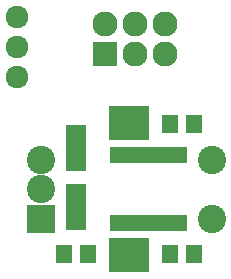
<source format=gbr>
G04 #@! TF.FileFunction,Soldermask,Top*
%FSLAX46Y46*%
G04 Gerber Fmt 4.6, Leading zero omitted, Abs format (unit mm)*
G04 Created by KiCad (PCBNEW 4.0.7-e2-6376~58~ubuntu16.04.1) date Mon Jan  7 01:20:49 2019*
%MOMM*%
%LPD*%
G01*
G04 APERTURE LIST*
%ADD10C,0.100000*%
%ADD11R,1.400000X1.650000*%
%ADD12C,2.400000*%
%ADD13R,3.400000X2.900000*%
%ADD14R,2.400000X2.400000*%
%ADD15R,0.800000X1.400000*%
%ADD16R,2.127200X2.127200*%
%ADD17O,2.127200X2.127200*%
%ADD18C,1.924000*%
%ADD19R,1.670000X1.370000*%
G04 APERTURE END LIST*
D10*
D11*
X174500000Y-114500000D03*
X176500000Y-114500000D03*
X176500000Y-103500000D03*
X174500000Y-103500000D03*
D12*
X178000000Y-106500000D03*
X178000000Y-111500000D03*
D13*
X171000000Y-103400000D03*
X171000000Y-114600000D03*
D12*
X163500000Y-106500000D03*
X163500000Y-109000000D03*
D14*
X163500000Y-111500000D03*
D15*
X169700000Y-111900000D03*
X170350000Y-111900000D03*
X171000000Y-111900000D03*
X171650000Y-111900000D03*
X172300000Y-111900000D03*
X172950000Y-111900000D03*
X173600000Y-111900000D03*
X174250000Y-111900000D03*
X174900000Y-111900000D03*
X175550000Y-111900000D03*
X175550000Y-106100000D03*
X174900000Y-106100000D03*
X174250000Y-106100000D03*
X173600000Y-106100000D03*
X172950000Y-106100000D03*
X172300000Y-106100000D03*
X171650000Y-106100000D03*
X171000000Y-106100000D03*
X170350000Y-106100000D03*
X169700000Y-106100000D03*
D16*
X169000000Y-97540000D03*
D17*
X169000000Y-95000000D03*
X171540000Y-97540000D03*
X171540000Y-95000000D03*
X174080000Y-97540000D03*
X174080000Y-95000000D03*
D18*
X161500000Y-99540000D03*
X161500000Y-97000000D03*
X161500000Y-94460000D03*
D11*
X167500000Y-114500000D03*
X165500000Y-114500000D03*
D19*
X166500000Y-111770000D03*
X166500000Y-110500000D03*
X166500000Y-109230000D03*
X166500000Y-106770000D03*
X166500000Y-105500000D03*
X166500000Y-104230000D03*
M02*

</source>
